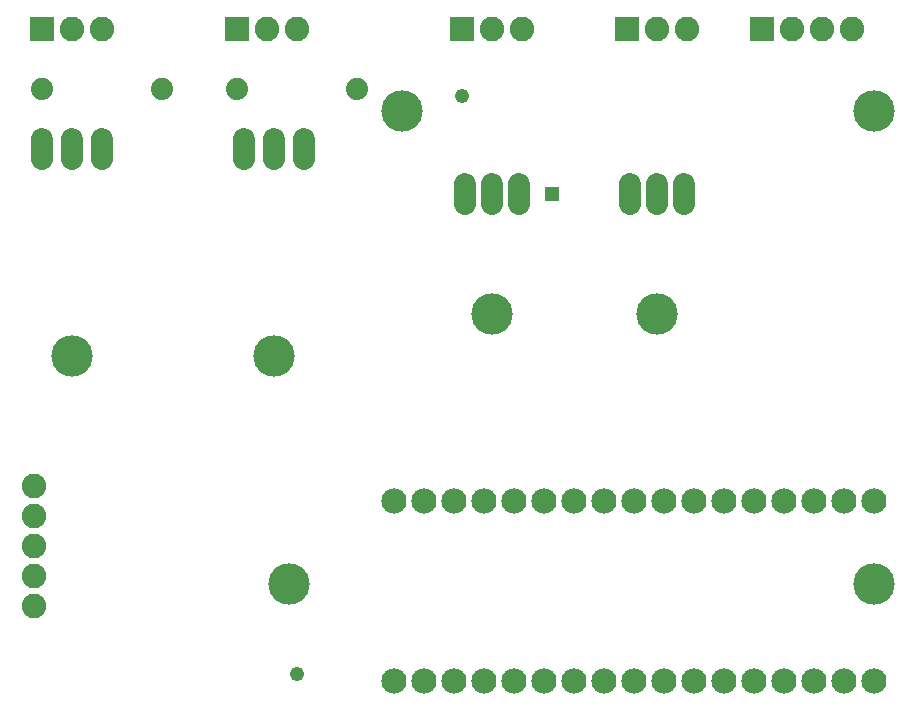
<source format=gbs>
G75*
%MOIN*%
%OFA0B0*%
%FSLAX25Y25*%
%IPPOS*%
%LPD*%
%AMOC8*
5,1,8,0,0,1.08239X$1,22.5*
%
%ADD10C,0.08200*%
%ADD11C,0.07400*%
%ADD12R,0.08200X0.08200*%
%ADD13C,0.13800*%
%ADD14C,0.07400*%
%ADD15C,0.08400*%
%ADD16C,0.04762*%
%ADD17R,0.04762X0.04762*%
D10*
X0034300Y0073933D03*
X0034300Y0083933D03*
X0034300Y0093933D03*
X0034300Y0103933D03*
X0034300Y0113933D03*
X0046800Y0266433D03*
X0056800Y0266433D03*
X0111800Y0266433D03*
X0121800Y0266433D03*
X0186800Y0266433D03*
X0196800Y0266433D03*
X0241800Y0266433D03*
X0251800Y0266433D03*
X0286800Y0266433D03*
X0296800Y0266433D03*
X0306800Y0266433D03*
D11*
X0141800Y0246433D03*
X0101800Y0246433D03*
X0076800Y0246433D03*
X0036800Y0246433D03*
D12*
X0036800Y0266433D03*
X0101800Y0266433D03*
X0176800Y0266433D03*
X0231800Y0266433D03*
X0276800Y0266433D03*
D13*
X0314300Y0238933D03*
X0241800Y0171433D03*
X0186800Y0171433D03*
X0114300Y0157433D03*
X0046800Y0157433D03*
X0119300Y0081433D03*
X0314300Y0081433D03*
X0156800Y0238933D03*
D14*
X0177800Y0214733D02*
X0177800Y0208133D01*
X0186800Y0208133D02*
X0186800Y0214733D01*
X0195800Y0214733D02*
X0195800Y0208133D01*
X0232800Y0208133D02*
X0232800Y0214733D01*
X0241800Y0214733D02*
X0241800Y0208133D01*
X0250800Y0208133D02*
X0250800Y0214733D01*
X0124300Y0223133D02*
X0124300Y0229733D01*
X0114300Y0229733D02*
X0114300Y0223133D01*
X0104300Y0223133D02*
X0104300Y0229733D01*
X0056800Y0229733D02*
X0056800Y0223133D01*
X0046800Y0223133D02*
X0046800Y0229733D01*
X0036800Y0229733D02*
X0036800Y0223133D01*
D15*
X0154300Y0108933D03*
X0164300Y0108933D03*
X0174300Y0108933D03*
X0184300Y0108933D03*
X0194300Y0108933D03*
X0204300Y0108933D03*
X0214300Y0108933D03*
X0224300Y0108933D03*
X0234300Y0108933D03*
X0244300Y0108933D03*
X0254300Y0108933D03*
X0264300Y0108933D03*
X0274300Y0108933D03*
X0284300Y0108933D03*
X0294300Y0108933D03*
X0304300Y0108933D03*
X0314300Y0108933D03*
X0314300Y0048933D03*
X0304300Y0048933D03*
X0294300Y0048933D03*
X0284300Y0048933D03*
X0274300Y0048933D03*
X0264300Y0048933D03*
X0254300Y0048933D03*
X0244300Y0048933D03*
X0234300Y0048933D03*
X0224300Y0048933D03*
X0214300Y0048933D03*
X0204300Y0048933D03*
X0194300Y0048933D03*
X0184300Y0048933D03*
X0174300Y0048933D03*
X0164300Y0048933D03*
X0154300Y0048933D03*
D16*
X0121800Y0051433D03*
X0176800Y0243933D03*
D17*
X0206800Y0211433D03*
M02*

</source>
